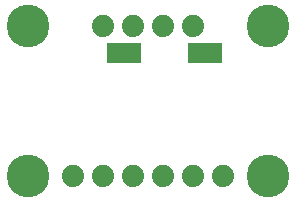
<source format=gbr>
G04 EAGLE Gerber RS-274X export*
G75*
%MOMM*%
%FSLAX34Y34*%
%LPD*%
%INSoldermask Bottom*%
%IPPOS*%
%AMOC8*
5,1,8,0,0,1.08239X$1,22.5*%
G01*
%ADD10C,3.617600*%
%ADD11C,1.879600*%
%ADD12R,2.921000X1.651000*%


D10*
X25400Y152400D03*
X228600Y152400D03*
X25400Y25400D03*
X228600Y25400D03*
D11*
X63500Y25400D03*
X88900Y25400D03*
X114300Y25400D03*
X139700Y25400D03*
X165100Y25400D03*
X190500Y25400D03*
X88900Y152400D03*
X114300Y152400D03*
X139700Y152400D03*
X165100Y152400D03*
D12*
X106680Y129540D03*
X175260Y129540D03*
M02*

</source>
